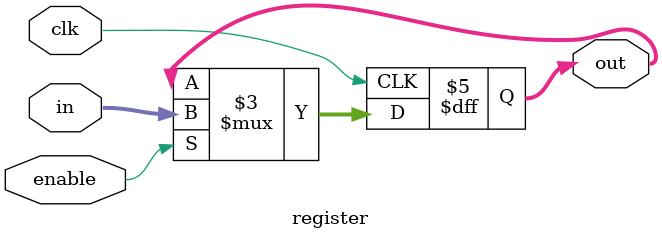
<source format=v>
module register
(
    input wire       clk,
    input wire       enable,
    input wire [15:0] in,

    output reg [15:0] out
);

    initial out <= 0;

    always @(posedge clk) begin
        if (enable)
            out <= in;
    end

endmodule
</source>
